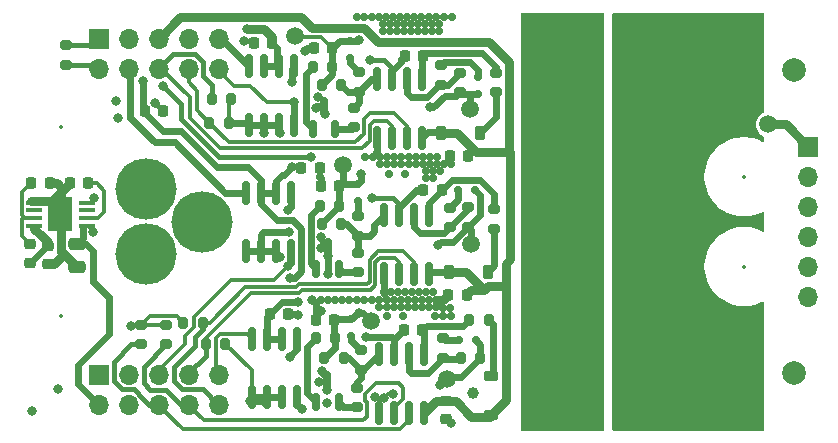
<source format=gbr>
%TF.GenerationSoftware,KiCad,Pcbnew,8.0.1*%
%TF.CreationDate,2024-08-04T15:08:53+01:00*%
%TF.ProjectId,driver_module,64726976-6572-45f6-9d6f-64756c652e6b,1*%
%TF.SameCoordinates,Original*%
%TF.FileFunction,Copper,L4,Bot*%
%TF.FilePolarity,Positive*%
%FSLAX46Y46*%
G04 Gerber Fmt 4.6, Leading zero omitted, Abs format (unit mm)*
G04 Created by KiCad (PCBNEW 8.0.1) date 2024-08-04 15:08:53*
%MOMM*%
%LPD*%
G01*
G04 APERTURE LIST*
G04 Aperture macros list*
%AMRoundRect*
0 Rectangle with rounded corners*
0 $1 Rounding radius*
0 $2 $3 $4 $5 $6 $7 $8 $9 X,Y pos of 4 corners*
0 Add a 4 corners polygon primitive as box body*
4,1,4,$2,$3,$4,$5,$6,$7,$8,$9,$2,$3,0*
0 Add four circle primitives for the rounded corners*
1,1,$1+$1,$2,$3*
1,1,$1+$1,$4,$5*
1,1,$1+$1,$6,$7*
1,1,$1+$1,$8,$9*
0 Add four rect primitives between the rounded corners*
20,1,$1+$1,$2,$3,$4,$5,0*
20,1,$1+$1,$4,$5,$6,$7,0*
20,1,$1+$1,$6,$7,$8,$9,0*
20,1,$1+$1,$8,$9,$2,$3,0*%
G04 Aperture macros list end*
%TA.AperFunction,ComponentPad*%
%ADD10R,2.000000X2.000000*%
%TD*%
%TA.AperFunction,ComponentPad*%
%ADD11C,2.000000*%
%TD*%
%TA.AperFunction,ComponentPad*%
%ADD12C,5.500000*%
%TD*%
%TA.AperFunction,ComponentPad*%
%ADD13C,5.200000*%
%TD*%
%TA.AperFunction,SMDPad,CuDef*%
%ADD14RoundRect,0.200000X0.275000X-0.200000X0.275000X0.200000X-0.275000X0.200000X-0.275000X-0.200000X0*%
%TD*%
%TA.AperFunction,SMDPad,CuDef*%
%ADD15RoundRect,0.150000X-0.200000X0.150000X-0.200000X-0.150000X0.200000X-0.150000X0.200000X0.150000X0*%
%TD*%
%TA.AperFunction,SMDPad,CuDef*%
%ADD16RoundRect,0.200000X-0.200000X-0.275000X0.200000X-0.275000X0.200000X0.275000X-0.200000X0.275000X0*%
%TD*%
%TA.AperFunction,SMDPad,CuDef*%
%ADD17RoundRect,0.150000X0.150000X-0.587500X0.150000X0.587500X-0.150000X0.587500X-0.150000X-0.587500X0*%
%TD*%
%TA.AperFunction,SMDPad,CuDef*%
%ADD18RoundRect,0.225000X0.250000X-0.225000X0.250000X0.225000X-0.250000X0.225000X-0.250000X-0.225000X0*%
%TD*%
%TA.AperFunction,SMDPad,CuDef*%
%ADD19RoundRect,0.225000X-0.225000X-0.250000X0.225000X-0.250000X0.225000X0.250000X-0.225000X0.250000X0*%
%TD*%
%TA.AperFunction,SMDPad,CuDef*%
%ADD20C,1.500000*%
%TD*%
%TA.AperFunction,ComponentPad*%
%ADD21R,1.700000X1.700000*%
%TD*%
%TA.AperFunction,ComponentPad*%
%ADD22O,1.700000X1.700000*%
%TD*%
%TA.AperFunction,SMDPad,CuDef*%
%ADD23RoundRect,0.200000X-0.275000X0.200000X-0.275000X-0.200000X0.275000X-0.200000X0.275000X0.200000X0*%
%TD*%
%TA.AperFunction,SMDPad,CuDef*%
%ADD24RoundRect,0.150000X0.150000X-0.825000X0.150000X0.825000X-0.150000X0.825000X-0.150000X-0.825000X0*%
%TD*%
%TA.AperFunction,SMDPad,CuDef*%
%ADD25RoundRect,0.200000X0.200000X0.275000X-0.200000X0.275000X-0.200000X-0.275000X0.200000X-0.275000X0*%
%TD*%
%TA.AperFunction,SMDPad,CuDef*%
%ADD26RoundRect,0.225000X0.225000X0.375000X-0.225000X0.375000X-0.225000X-0.375000X0.225000X-0.375000X0*%
%TD*%
%TA.AperFunction,SMDPad,CuDef*%
%ADD27RoundRect,0.250000X1.000000X-1.400000X1.000000X1.400000X-1.000000X1.400000X-1.000000X-1.400000X0*%
%TD*%
%TA.AperFunction,SMDPad,CuDef*%
%ADD28RoundRect,0.150000X0.150000X0.200000X-0.150000X0.200000X-0.150000X-0.200000X0.150000X-0.200000X0*%
%TD*%
%TA.AperFunction,SMDPad,CuDef*%
%ADD29RoundRect,0.225000X-0.375000X0.225000X-0.375000X-0.225000X0.375000X-0.225000X0.375000X0.225000X0*%
%TD*%
%TA.AperFunction,SMDPad,CuDef*%
%ADD30RoundRect,0.225000X0.225000X0.250000X-0.225000X0.250000X-0.225000X-0.250000X0.225000X-0.250000X0*%
%TD*%
%TA.AperFunction,SMDPad,CuDef*%
%ADD31RoundRect,0.250000X-0.475000X0.250000X-0.475000X-0.250000X0.475000X-0.250000X0.475000X0.250000X0*%
%TD*%
%TA.AperFunction,SMDPad,CuDef*%
%ADD32RoundRect,0.150000X0.200000X-0.150000X0.200000X0.150000X-0.200000X0.150000X-0.200000X-0.150000X0*%
%TD*%
%TA.AperFunction,SMDPad,CuDef*%
%ADD33R,1.350000X0.449999*%
%TD*%
%TA.AperFunction,ComponentPad*%
%ADD34C,0.700000*%
%TD*%
%TA.AperFunction,SMDPad,CuDef*%
%ADD35R,2.000001X2.999999*%
%TD*%
%TA.AperFunction,ViaPad*%
%ADD36C,0.700000*%
%TD*%
%TA.AperFunction,ViaPad*%
%ADD37C,0.800000*%
%TD*%
%TA.AperFunction,ViaPad*%
%ADD38C,1.000000*%
%TD*%
%TA.AperFunction,Conductor*%
%ADD39C,0.400000*%
%TD*%
%TA.AperFunction,Conductor*%
%ADD40C,0.600000*%
%TD*%
%TA.AperFunction,Conductor*%
%ADD41C,0.300000*%
%TD*%
%TA.AperFunction,Conductor*%
%ADD42C,0.800000*%
%TD*%
%TA.AperFunction,Conductor*%
%ADD43C,0.200000*%
%TD*%
%ADD44C,0.300000*%
%ADD45C,0.350000*%
G04 APERTURE END LIST*
D10*
%TO.P,C6,1*%
%TO.N,VMOT*%
X174500000Y-87200000D03*
D11*
%TO.P,C6,2*%
%TO.N,GND*%
X179500000Y-87200000D03*
%TD*%
D12*
%TO.P,J21,1,Pin_1*%
%TO.N,GND*%
X159900000Y-100000000D03*
%TO.P,J21,2,Pin_2*%
%TO.N,VMOT*%
X167100000Y-100000000D03*
%TD*%
D13*
%TO.P,J19,1,Pin_1*%
%TO.N,/C_N*%
X124650000Y-97250000D03*
%TO.P,J19,2,Pin_2*%
%TO.N,/A_N*%
X124650000Y-102750000D03*
%TO.P,J19,3,Pin_3*%
%TO.N,/B_N*%
X129410000Y-100000000D03*
%TD*%
D10*
%TO.P,C3,1*%
%TO.N,VMOT*%
X174500000Y-112800000D03*
D11*
%TO.P,C3,2*%
%TO.N,GND*%
X179500000Y-112800000D03*
%TD*%
D14*
%TO.P,R30,1,1*%
%TO.N,Net-(U8-LO)*%
X142864629Y-112546268D03*
%TO.P,R30,2,2*%
%TO.N,Net-(D14-K)*%
X142864629Y-110896268D03*
%TD*%
D15*
%TO.P,D14,1,K*%
%TO.N,Net-(D14-K)*%
X142059950Y-109651589D03*
%TO.P,D14,2,A*%
%TO.N,/2AGL*%
X142059950Y-108251589D03*
%TD*%
D16*
%TO.P,R33,1,1*%
%TO.N,Net-(U8-HO)*%
X151330948Y-111515051D03*
%TO.P,R33,2,2*%
%TO.N,/2AGH*%
X152980948Y-111515051D03*
%TD*%
D17*
%TO.P,Q2,1,B*%
%TO.N,Net-(Q2-B)*%
X140690049Y-92125909D03*
%TO.P,Q2,2,E*%
%TO.N,Net-(Q2-E)*%
X138790049Y-92125909D03*
%TO.P,Q2,3,C*%
%TO.N,GND*%
X139740049Y-90250909D03*
%TD*%
D18*
%TO.P,C15,1*%
%TO.N,GND*%
X150028411Y-116729950D03*
%TO.P,C15,2*%
%TO.N,+12V*%
X150028411Y-115179950D03*
%TD*%
D19*
%TO.P,C66,1*%
%TO.N,+3V3*%
X135185051Y-107818732D03*
%TO.P,C66,2*%
%TO.N,GND*%
X136735051Y-107818732D03*
%TD*%
D20*
%TO.P,TP94,1,1*%
%TO.N,GND*%
X177350000Y-91775000D03*
%TD*%
D19*
%TO.P,C11,1*%
%TO.N,GND*%
X150275049Y-106204310D03*
%TO.P,C11,2*%
%TO.N,+12V*%
X151825049Y-106204310D03*
%TD*%
D20*
%TO.P,TP66,1,1*%
%TO.N,/2CGL*%
X137275000Y-84325000D03*
%TD*%
D21*
%TO.P,J6,1,Pin_1*%
%TO.N,GND*%
X180750000Y-93650000D03*
D22*
%TO.P,J6,2,Pin_2*%
X180750000Y-96190000D03*
%TO.P,J6,3,Pin_3*%
%TO.N,VMOT*%
X180750000Y-98730000D03*
%TO.P,J6,4,Pin_4*%
X180750000Y-101270000D03*
%TO.P,J6,5,Pin_5*%
%TO.N,GND*%
X180750000Y-103810000D03*
%TO.P,J6,6,Pin_6*%
X180750000Y-106350000D03*
%TD*%
D20*
%TO.P,TP77,1,1*%
%TO.N,/2BGL*%
X141375000Y-95175000D03*
%TD*%
D23*
%TO.P,R28,1,1*%
%TO.N,Net-(U2-HO)*%
X151224950Y-87400945D03*
%TO.P,R28,2,2*%
%TO.N,/2CGH*%
X151224950Y-89050945D03*
%TD*%
%TO.P,R2,1,1*%
%TO.N,Net-(U5-LO)*%
X142638732Y-102654948D03*
%TO.P,R2,2,2*%
%TO.N,Net-(Q1-B)*%
X142638732Y-104304948D03*
%TD*%
D19*
%TO.P,C65,1*%
%TO.N,/C_P*%
X146574627Y-85971268D03*
%TO.P,C65,2*%
%TO.N,Net-(U2-VB)*%
X148124627Y-85971268D03*
%TD*%
D21*
%TO.P,J4,1,Pin_1*%
%TO.N,GND*%
X120650000Y-112960000D03*
D22*
%TO.P,J4,2,Pin_2*%
%TO.N,VMOT*%
X120650000Y-115500000D03*
%TO.P,J4,3,Pin_3*%
%TO.N,/A_P*%
X123190000Y-112960000D03*
%TO.P,J4,4,Pin_4*%
%TO.N,VMOT*%
X123190000Y-115500000D03*
%TO.P,J4,5,Pin_5*%
%TO.N,/B_P*%
X125730000Y-112960000D03*
%TO.P,J4,6,Pin_6*%
%TO.N,A_PWM_H*%
X125730000Y-115500000D03*
%TO.P,J4,7,Pin_7*%
%TO.N,B_PWM_L\u005C*%
X128270000Y-112960000D03*
%TO.P,J4,8,Pin_8*%
%TO.N,A_PWM_L\u005C*%
X128270000Y-115500000D03*
%TO.P,J4,9,Pin_9*%
%TO.N,A_SENSE*%
X130810000Y-112960000D03*
%TO.P,J4,10,Pin_10*%
%TO.N,B_PWM_H*%
X130810000Y-115500000D03*
%TD*%
D19*
%TO.P,R10,1*%
%TO.N,Net-(U3-FB)*%
X114960001Y-96705000D03*
%TO.P,R10,2*%
%TO.N,GND*%
X116510001Y-96705000D03*
%TD*%
%TO.P,C17,1*%
%TO.N,GND*%
X139079950Y-108286590D03*
%TO.P,C17,2*%
%TO.N,/2AGL*%
X140629950Y-108286590D03*
%TD*%
%TO.P,C7,1*%
%TO.N,GND*%
X118220000Y-96745001D03*
%TO.P,C7,2*%
%TO.N,Net-(U3-DELAY)*%
X119770000Y-96745001D03*
%TD*%
D24*
%TO.P,U1,1,-*%
%TO.N,/B_P*%
X136950000Y-102490000D03*
%TO.P,U1,2,GND*%
%TO.N,GND*%
X135680000Y-102490000D03*
%TO.P,U1,3,REF2*%
X134410000Y-102490000D03*
%TO.P,U1,4,GND*%
X133140000Y-102490000D03*
%TO.P,U1,5*%
%TO.N,B_SENSE*%
X133140000Y-97540000D03*
%TO.P,U1,6,V+*%
%TO.N,+3V3*%
X134410000Y-97540000D03*
%TO.P,U1,7,REF1*%
X135680000Y-97540000D03*
%TO.P,U1,8,+*%
%TO.N,/B_N*%
X136950000Y-97540000D03*
%TD*%
D20*
%TO.P,TP74,1,1*%
%TO.N,/2BGH*%
X152225000Y-101925000D03*
%TD*%
%TO.P,TP73,1,1*%
%TO.N,/2AGH*%
X150125000Y-113325000D03*
%TD*%
D19*
%TO.P,C4,1*%
%TO.N,+3V3*%
X124569999Y-90644996D03*
%TO.P,C4,2*%
%TO.N,GND*%
X126119999Y-90644996D03*
%TD*%
D25*
%TO.P,R124,1,1*%
%TO.N,GND*%
X131867285Y-89633410D03*
%TO.P,R124,2,2*%
%TO.N,C_PWM_L\u005C*%
X130217285Y-89633410D03*
%TD*%
D14*
%TO.P,R31,1,1*%
%TO.N,Net-(U8-HO)*%
X149845271Y-111536270D03*
%TO.P,R31,2,2*%
%TO.N,Net-(D17-K)*%
X149845271Y-109886270D03*
%TD*%
D19*
%TO.P,C9,1*%
%TO.N,GND*%
X138889948Y-85341590D03*
%TO.P,C9,2*%
%TO.N,/2CGL*%
X140439948Y-85341590D03*
%TD*%
D26*
%TO.P,D10,1,K*%
%TO.N,Net-(D10-K)*%
X152914356Y-92491269D03*
%TO.P,D10,2,A*%
%TO.N,+12V*%
X149614356Y-92491269D03*
%TD*%
D24*
%TO.P,U8,1,VCC*%
%TO.N,+12V*%
X148230849Y-116171590D03*
%TO.P,U8,2,HIN*%
%TO.N,A_PWM_H*%
X146960849Y-116171590D03*
%TO.P,U8,3,~{LIN}*%
%TO.N,A_PWM_L\u005C*%
X145690849Y-116171590D03*
%TO.P,U8,4,COM*%
%TO.N,GND*%
X144420849Y-116171590D03*
%TO.P,U8,5,LO*%
%TO.N,Net-(U8-LO)*%
X144420849Y-111221590D03*
%TO.P,U8,6,VS*%
%TO.N,/A_P*%
X145690849Y-111221590D03*
%TO.P,U8,7,HO*%
%TO.N,Net-(U8-HO)*%
X146960849Y-111221590D03*
%TO.P,U8,8,VB*%
%TO.N,Net-(U8-VB)*%
X148230849Y-111221590D03*
%TD*%
D14*
%TO.P,R1,1,1*%
%TO.N,Net-(D10-K)*%
X154313409Y-89054950D03*
%TO.P,R1,2,2*%
%TO.N,Net-(U2-VB)*%
X154313409Y-87404950D03*
%TD*%
D19*
%TO.P,C70,1*%
%TO.N,/A_P*%
X146474950Y-109166591D03*
%TO.P,C70,2*%
%TO.N,Net-(U8-VB)*%
X148024950Y-109166591D03*
%TD*%
D25*
%TO.P,R25,1,1*%
%TO.N,Net-(U5-LO)*%
X141216590Y-100221049D03*
%TO.P,R25,2,2*%
%TO.N,/2BGL*%
X139566590Y-100221049D03*
%TD*%
D24*
%TO.P,U2,1,VCC*%
%TO.N,+12V*%
X148069949Y-92892490D03*
%TO.P,U2,2,HIN*%
%TO.N,C_PWM_H*%
X146799949Y-92892490D03*
%TO.P,U2,3,~{LIN}*%
%TO.N,C_PWM_L\u005C*%
X145529949Y-92892490D03*
%TO.P,U2,4,COM*%
%TO.N,GND*%
X144259949Y-92892490D03*
%TO.P,U2,5,LO*%
%TO.N,Net-(U2-LO)*%
X144259949Y-87942490D03*
%TO.P,U2,6,VS*%
%TO.N,/C_P*%
X145529949Y-87942490D03*
%TO.P,U2,7,HO*%
%TO.N,Net-(U2-HO)*%
X146799949Y-87942490D03*
%TO.P,U2,8,VB*%
%TO.N,Net-(U2-VB)*%
X148069949Y-87942490D03*
%TD*%
D27*
%TO.P,D1,1,A1*%
%TO.N,VMOT*%
X166620000Y-112125000D03*
%TO.P,D1,2,A2*%
%TO.N,GND*%
X159820000Y-112125000D03*
%TD*%
D23*
%TO.P,R9,1,1*%
%TO.N,Net-(U2-LO)*%
X142251268Y-90345050D03*
%TO.P,R9,2,2*%
%TO.N,Net-(Q2-B)*%
X142251268Y-91995050D03*
%TD*%
D16*
%TO.P,R29,1,1*%
%TO.N,Net-(Q2-E)*%
X138783732Y-86869627D03*
%TO.P,R29,2,2*%
%TO.N,/2CGL*%
X140433732Y-86869627D03*
%TD*%
D24*
%TO.P,U5,1,VCC*%
%TO.N,+12V*%
X148639950Y-104405690D03*
%TO.P,U5,2,HIN*%
%TO.N,B_PWM_H*%
X147369950Y-104405690D03*
%TO.P,U5,3,~{LIN}*%
%TO.N,B_PWM_L\u005C*%
X146099950Y-104405690D03*
%TO.P,U5,4,COM*%
%TO.N,GND*%
X144829950Y-104405690D03*
%TO.P,U5,5,LO*%
%TO.N,Net-(U5-LO)*%
X144829950Y-99455690D03*
%TO.P,U5,6,VS*%
%TO.N,/B_P*%
X146099950Y-99455690D03*
%TO.P,U5,7,HO*%
%TO.N,Net-(U5-HO)*%
X147369950Y-99455690D03*
%TO.P,U5,8,VB*%
%TO.N,Net-(U5-VB)*%
X148639950Y-99455690D03*
%TD*%
D28*
%TO.P,D15,1,K*%
%TO.N,Net-(D15-K)*%
X151094627Y-97341268D03*
%TO.P,D15,2,A*%
%TO.N,/2BGH*%
X152494627Y-97341268D03*
%TD*%
D24*
%TO.P,U44,1,-*%
%TO.N,/C_P*%
X137217499Y-91800322D03*
%TO.P,U44,2,GND*%
%TO.N,GND*%
X135947499Y-91800322D03*
%TO.P,U44,3,REF2*%
X134677499Y-91800322D03*
%TO.P,U44,4,GND*%
X133407499Y-91800322D03*
%TO.P,U44,5*%
%TO.N,C_SENSE*%
X133407499Y-86850322D03*
%TO.P,U44,6,V+*%
%TO.N,+3V3*%
X134677499Y-86850322D03*
%TO.P,U44,7,REF1*%
X135947499Y-86850322D03*
%TO.P,U44,8,+*%
%TO.N,/C_N*%
X137217499Y-86850322D03*
%TD*%
D25*
%TO.P,R32,1,1*%
%TO.N,Net-(U8-LO)*%
X141426590Y-111580050D03*
%TO.P,R32,2,2*%
%TO.N,/2AGL*%
X139776590Y-111580050D03*
%TD*%
D18*
%TO.P,R6,1*%
%TO.N,+12V*%
X114855000Y-103470000D03*
%TO.P,R6,2*%
%TO.N,Net-(U3-FB)*%
X114855000Y-101920000D03*
%TD*%
D14*
%TO.P,R18,1,1*%
%TO.N,Net-(U5-LO)*%
X142644627Y-101176268D03*
%TO.P,R18,2,2*%
%TO.N,Net-(D16-K)*%
X142644627Y-99526268D03*
%TD*%
D23*
%TO.P,R119,1,1*%
%TO.N,GND*%
X126395372Y-108743732D03*
%TO.P,R119,2,2*%
%TO.N,A_PWM_L\u005C*%
X126395372Y-110393732D03*
%TD*%
D25*
%TO.P,R3,1,1*%
%TO.N,Net-(D7-K)*%
X153709053Y-108314950D03*
%TO.P,R3,2,2*%
%TO.N,Net-(U8-VB)*%
X152059053Y-108314950D03*
%TD*%
D15*
%TO.P,D16,1,K*%
%TO.N,Net-(D16-K)*%
X142599949Y-98231590D03*
%TO.P,D16,2,A*%
%TO.N,/2BGL*%
X142599949Y-96831590D03*
%TD*%
D29*
%TO.P,D7,1,K*%
%TO.N,Net-(D7-K)*%
X153904627Y-113076268D03*
%TO.P,D7,2,A*%
%TO.N,+12V*%
X153904627Y-116376268D03*
%TD*%
D20*
%TO.P,TP81,1,1*%
%TO.N,/2AGL*%
X143725000Y-108375000D03*
%TD*%
D14*
%TO.P,R26,1,1*%
%TO.N,Net-(D2-K)*%
X154163410Y-100619950D03*
%TO.P,R26,2,2*%
%TO.N,Net-(U5-VB)*%
X154163410Y-98969950D03*
%TD*%
D26*
%TO.P,D2,1,K*%
%TO.N,Net-(D2-K)*%
X153599628Y-104266268D03*
%TO.P,D2,2,A*%
%TO.N,+12V*%
X150299628Y-104266268D03*
%TD*%
D18*
%TO.P,C8,1*%
%TO.N,GND*%
X116345000Y-103580000D03*
%TO.P,C8,2*%
%TO.N,+12V*%
X116345000Y-102030000D03*
%TD*%
D19*
%TO.P,C25,1*%
%TO.N,GND*%
X139464949Y-96981590D03*
%TO.P,C25,2*%
%TO.N,/2BGL*%
X141014949Y-96981590D03*
%TD*%
D16*
%TO.P,R23,1,1*%
%TO.N,Net-(Q1-E)*%
X139398732Y-98649628D03*
%TO.P,R23,2,2*%
%TO.N,/2BGL*%
X141048732Y-98649628D03*
%TD*%
D19*
%TO.P,C2,1*%
%TO.N,GND*%
X150420051Y-94438412D03*
%TO.P,C2,2*%
%TO.N,+12V*%
X151970051Y-94438412D03*
%TD*%
D16*
%TO.P,R121,1,1*%
%TO.N,GND*%
X127845050Y-108543410D03*
%TO.P,R121,2,2*%
%TO.N,B_PWM_H*%
X129495050Y-108543410D03*
%TD*%
D17*
%TO.P,Q3,1,B*%
%TO.N,Net-(Q3-B)*%
X140984951Y-115299090D03*
%TO.P,Q3,2,E*%
%TO.N,Net-(Q3-E)*%
X139084951Y-115299090D03*
%TO.P,Q3,3,C*%
%TO.N,GND*%
X140034951Y-113424090D03*
%TD*%
D24*
%TO.P,U21,1,-*%
%TO.N,/A_P*%
X137464950Y-114881590D03*
%TO.P,U21,2,GND*%
%TO.N,GND*%
X136194950Y-114881590D03*
%TO.P,U21,3,REF2*%
X134924950Y-114881590D03*
%TO.P,U21,4,GND*%
X133654950Y-114881590D03*
%TO.P,U21,5*%
%TO.N,A_SENSE*%
X133654950Y-109931590D03*
%TO.P,U21,6,V+*%
%TO.N,+3V3*%
X134924950Y-109931590D03*
%TO.P,U21,7,REF1*%
X136194950Y-109931590D03*
%TO.P,U21,8,+*%
%TO.N,/A_N*%
X137464950Y-109931590D03*
%TD*%
D23*
%TO.P,R112,1,1*%
%TO.N,Net-(U8-LO)*%
X142505001Y-114054950D03*
%TO.P,R112,2,2*%
%TO.N,Net-(Q3-B)*%
X142505001Y-115704950D03*
%TD*%
D19*
%TO.P,C1,1*%
%TO.N,+3V3*%
X137830000Y-95465000D03*
%TO.P,C1,2*%
%TO.N,GND*%
X139380000Y-95465000D03*
%TD*%
D25*
%TO.P,R27,1,1*%
%TO.N,Net-(U2-LO)*%
X141206590Y-88395050D03*
%TO.P,R27,2,2*%
%TO.N,/2CGL*%
X139556590Y-88395050D03*
%TD*%
D14*
%TO.P,R22,1,1*%
%TO.N,Net-(U5-HO)*%
X150385273Y-100456268D03*
%TO.P,R22,2,2*%
%TO.N,Net-(D15-K)*%
X150385273Y-98806268D03*
%TD*%
%TO.P,R8,1,1*%
%TO.N,Net-(U2-HO)*%
X149660272Y-88401268D03*
%TO.P,R8,2,2*%
%TO.N,Net-(D6-K)*%
X149660272Y-86751268D03*
%TD*%
D25*
%TO.P,R122,1,1*%
%TO.N,GND*%
X131375050Y-110323411D03*
%TO.P,R122,2,2*%
%TO.N,B_PWM_L\u005C*%
X129725050Y-110323411D03*
%TD*%
D17*
%TO.P,Q1,1,B*%
%TO.N,Net-(Q1-B)*%
X140990050Y-103985911D03*
%TO.P,Q1,2,E*%
%TO.N,Net-(Q1-E)*%
X139090050Y-103985911D03*
%TO.P,Q1,3,C*%
%TO.N,GND*%
X140040050Y-102110911D03*
%TD*%
D20*
%TO.P,TP64,1,1*%
%TO.N,/2CGH*%
X152075000Y-90425000D03*
%TD*%
D16*
%TO.P,R36,1,1*%
%TO.N,Net-(Q3-E)*%
X139028732Y-109885272D03*
%TO.P,R36,2,2*%
%TO.N,/2AGL*%
X140678732Y-109885272D03*
%TD*%
D23*
%TO.P,R24,1,1*%
%TO.N,Net-(U5-HO)*%
X151940949Y-98795946D03*
%TO.P,R24,2,2*%
%TO.N,/2BGH*%
X151940949Y-100445946D03*
%TD*%
D21*
%TO.P,J5,1,Pin_1*%
%TO.N,GND*%
X120650000Y-84500000D03*
D22*
%TO.P,J5,2,Pin_2*%
%TO.N,/TH1_SENSE*%
X120650000Y-87040000D03*
%TO.P,J5,3,Pin_3*%
%TO.N,GND*%
X123190000Y-84500000D03*
%TO.P,J5,4,Pin_4*%
%TO.N,B_SENSE*%
X123190000Y-87040000D03*
%TO.P,J5,5,Pin_5*%
%TO.N,+12V*%
X125730000Y-84500000D03*
%TO.P,J5,6,Pin_6*%
%TO.N,C_PWM_L\u005C*%
X125730000Y-87040000D03*
%TO.P,J5,7,Pin_7*%
%TO.N,+3V3*%
X128270000Y-84500000D03*
%TO.P,J5,8,Pin_8*%
%TO.N,C_PWM_H*%
X128270000Y-87040000D03*
%TO.P,J5,9,Pin_9*%
%TO.N,C_SENSE*%
X130810000Y-84500000D03*
%TO.P,J5,10,Pin_10*%
%TO.N,/C_P*%
X130810000Y-87040000D03*
%TD*%
D19*
%TO.P,C13,1*%
%TO.N,/B_P*%
X148140529Y-97356268D03*
%TO.P,C13,2*%
%TO.N,Net-(U5-VB)*%
X149690529Y-97356268D03*
%TD*%
D23*
%TO.P,R120,1,1*%
%TO.N,GND*%
X124239951Y-108751590D03*
%TO.P,R120,2,2*%
%TO.N,A_PWM_H*%
X124239951Y-110401590D03*
%TD*%
D30*
%TO.P,C74,1*%
%TO.N,+3V3*%
X135338410Y-84839950D03*
%TO.P,C74,2*%
%TO.N,GND*%
X133788410Y-84839950D03*
%TD*%
D31*
%TO.P,C5,1*%
%TO.N,VMOT*%
X118825000Y-101925000D03*
%TO.P,C5,2*%
%TO.N,GND*%
X118825000Y-103825000D03*
%TD*%
D32*
%TO.P,D6,1,K*%
%TO.N,Net-(D6-K)*%
X152768410Y-87759950D03*
%TO.P,D6,2,A*%
%TO.N,/2CGH*%
X152768410Y-89159950D03*
%TD*%
D33*
%TO.P,U3,1,OUT*%
%TO.N,+12V*%
X115200002Y-100350000D03*
%TO.P,U3,2,FB*%
%TO.N,Net-(U3-FB)*%
X115200002Y-99699999D03*
%TO.P,U3,3,PG*%
%TO.N,unconnected-(U3-PG-Pad3)*%
X115200002Y-99050000D03*
%TO.P,U3,4,GND*%
%TO.N,GND*%
X115200002Y-98399999D03*
%TO.P,U3,5,EN*%
%TO.N,VMOT*%
X119650003Y-98399999D03*
%TO.P,U3,6,NC*%
%TO.N,unconnected-(U3-NC-Pad6)*%
X119650003Y-99050000D03*
%TO.P,U3,7,DELAY*%
%TO.N,Net-(U3-DELAY)*%
X119650003Y-99699999D03*
%TO.P,U3,8,IN*%
%TO.N,VMOT*%
X119650003Y-100350000D03*
D34*
%TO.P,U3,9,PAD*%
%TO.N,GND*%
X116875002Y-98275001D03*
X116875002Y-99375001D03*
X116875002Y-100475001D03*
D35*
X117425001Y-99375001D03*
D34*
X117975000Y-98275001D03*
X117975000Y-99375001D03*
X117975000Y-100475001D03*
%TD*%
D28*
%TO.P,D17,1,K*%
%TO.N,Net-(D17-K)*%
X151199628Y-110041268D03*
%TO.P,D17,2,A*%
%TO.N,/2AGH*%
X152599628Y-110041268D03*
%TD*%
D15*
%TO.P,D5,1,K*%
%TO.N,Net-(D5-K)*%
X141934950Y-86106590D03*
%TO.P,D5,2,A*%
%TO.N,/2CGL*%
X141934950Y-84706590D03*
%TD*%
D14*
%TO.P,R7,1,1*%
%TO.N,Net-(U2-LO)*%
X142689628Y-89001269D03*
%TO.P,R7,2,2*%
%TO.N,Net-(D5-K)*%
X142689628Y-87351269D03*
%TD*%
%TO.P,R45,1,1*%
%TO.N,/TH1_SENSE*%
X117890000Y-86715000D03*
%TO.P,R45,2,2*%
%TO.N,GND*%
X117890000Y-85065000D03*
%TD*%
D25*
%TO.P,R123,1,1*%
%TO.N,GND*%
X131694950Y-91616590D03*
%TO.P,R123,2,2*%
%TO.N,C_PWM_H*%
X130044950Y-91616590D03*
%TD*%
D36*
%TO.N,GND*%
X146000000Y-106000000D03*
X141300000Y-106600000D03*
D37*
X122288110Y-91215124D03*
D36*
X140700000Y-106600000D03*
X143200000Y-94500000D03*
X146499999Y-83850000D03*
X149600000Y-95700000D03*
D37*
X140000000Y-114250000D03*
D36*
X146840050Y-107233733D03*
X148899999Y-83850000D03*
X147700000Y-83850000D03*
D37*
X140034952Y-115350000D03*
D36*
X145299999Y-83250000D03*
D37*
X136041567Y-103026795D03*
D36*
X144440050Y-106633733D03*
D37*
X144050000Y-114825000D03*
D36*
X149240050Y-107233733D03*
X143100000Y-106600000D03*
X145040050Y-106633733D03*
X143900000Y-94500000D03*
X148700000Y-95100000D03*
X145100000Y-94500000D03*
X149300000Y-94500000D03*
X146900000Y-95100000D03*
D37*
X139500000Y-101336397D03*
D36*
X145000001Y-82650000D03*
D37*
X145576402Y-114596591D03*
X144842908Y-114919950D03*
D36*
X145100000Y-108000000D03*
X144500000Y-94500000D03*
X146300000Y-94500000D03*
X146900000Y-94500000D03*
X149840050Y-107333733D03*
X144400000Y-82650000D03*
X145299999Y-83850000D03*
X149900000Y-95100000D03*
D37*
X115000000Y-116000000D03*
D36*
X144440050Y-107233733D03*
X149100000Y-108000000D03*
X144699999Y-83250000D03*
D37*
X117200000Y-114200000D03*
D36*
X149000000Y-96300000D03*
X141900000Y-106600000D03*
X148700000Y-94500000D03*
D37*
X139535554Y-112654671D03*
D36*
X149854003Y-108000000D03*
X150500000Y-108000000D03*
X143840050Y-106633733D03*
X149200001Y-82650000D03*
X148400000Y-95700000D03*
X146400000Y-108000000D03*
X140100000Y-106600000D03*
X147099999Y-83250000D03*
X149000000Y-95700000D03*
X145600001Y-82650000D03*
D37*
X125465821Y-89913990D03*
D36*
X147440050Y-107233733D03*
X149240050Y-106633733D03*
X149000000Y-106000000D03*
X145700000Y-95100000D03*
D37*
X133000000Y-84700000D03*
D36*
X147962062Y-82650000D03*
X144699999Y-83850000D03*
X145040050Y-107233733D03*
D37*
X138100000Y-85550000D03*
D36*
X147099999Y-83850000D03*
X149499999Y-83850000D03*
X150600000Y-82650000D03*
X146600000Y-106000000D03*
X143800000Y-82650000D03*
X145100000Y-95100000D03*
X144500000Y-95100000D03*
D37*
X137549998Y-107900000D03*
D36*
X147200000Y-106000000D03*
X148299999Y-83250000D03*
X142500000Y-106600000D03*
D37*
X139254000Y-89463993D03*
D36*
X148640050Y-107233733D03*
D37*
X117722373Y-102755047D03*
D36*
X148640050Y-106633733D03*
X145259950Y-95966267D03*
X147699998Y-83249999D03*
X149300000Y-95100000D03*
X146200000Y-82650000D03*
X145640050Y-106633733D03*
X146840050Y-106633733D03*
X148299999Y-83850000D03*
X145700000Y-94500000D03*
X145899999Y-83850000D03*
X139500000Y-106600000D03*
X146559950Y-95966268D03*
D37*
X138700000Y-106600000D03*
D36*
X145400000Y-106000000D03*
X145899999Y-83250000D03*
X143100000Y-82650000D03*
D37*
X133500000Y-115196000D03*
X134544095Y-115196000D03*
X139090049Y-90400000D03*
D36*
X145640050Y-107233733D03*
X147500000Y-94500000D03*
X149499999Y-83250000D03*
D37*
X139500000Y-107600000D03*
D36*
X150500000Y-95100000D03*
D37*
X139500000Y-102200000D03*
D36*
X147500000Y-95100000D03*
D37*
X136017500Y-92480255D03*
X150524667Y-117015249D03*
X140040050Y-104400000D03*
D36*
X147440050Y-106633733D03*
X142500000Y-82650000D03*
X146240050Y-106633733D03*
D37*
X139854712Y-90893926D03*
D36*
X148606230Y-82650000D03*
X139380000Y-96250102D03*
X147362688Y-82650000D03*
X148040050Y-106633733D03*
X146300000Y-95100000D03*
X148899999Y-83250000D03*
X148040050Y-107233733D03*
X150440050Y-107333733D03*
X148400000Y-96300000D03*
D37*
X122150000Y-89749998D03*
D36*
X148100000Y-95100000D03*
X147800000Y-106000000D03*
D37*
X139300000Y-113600000D03*
D36*
X146240050Y-107233733D03*
D37*
X123400000Y-108800000D03*
X140040050Y-102900000D03*
X136805000Y-100900000D03*
D36*
X146800001Y-82650000D03*
X144800000Y-106000000D03*
X146499999Y-83250000D03*
X148100000Y-94500000D03*
X149900000Y-82650000D03*
D37*
X134700002Y-92496000D03*
D36*
X148400000Y-106000000D03*
D37*
%TO.N,+3V3*%
X124430000Y-88100012D03*
X137034999Y-95400000D03*
X137500000Y-106818535D03*
X136821434Y-104744229D03*
X133200000Y-83700000D03*
%TO.N,/A_P*%
X137900000Y-115900000D03*
X143300000Y-109800000D03*
%TO.N,VMOT*%
X120150000Y-100900000D03*
D38*
X152350000Y-114550000D03*
D37*
X120250000Y-98000000D03*
%TO.N,/2AGH*%
X149600000Y-113800000D03*
%TO.N,/2AGL*%
X142689500Y-107696598D03*
%TO.N,/2BGH*%
X149400000Y-102000000D03*
%TO.N,/2BGL*%
X142900000Y-96000000D03*
%TO.N,/2CGL*%
X142664951Y-84600000D03*
%TO.N,/B_P*%
X143800000Y-98000000D03*
X136734258Y-103748034D03*
%TO.N,/2CGH*%
X148700000Y-90317490D03*
%TO.N,/C_P*%
X137200000Y-89900000D03*
X143600012Y-86300000D03*
%TO.N,/B_N*%
X136700000Y-99000000D03*
%TO.N,/C_N*%
X137000000Y-88200000D03*
%TO.N,/A_N*%
X136850000Y-111500000D03*
%TO.N,/TH1_SENSE*%
X138600000Y-94550000D03*
X126085936Y-88499742D03*
%TO.N,+12V*%
X115857500Y-101242500D03*
%TD*%
D39*
%TO.N,GND*%
X139500000Y-101570861D02*
X140040050Y-102110911D01*
X139300000Y-113600000D02*
X139859041Y-113600000D01*
D40*
X140040050Y-102900000D02*
X140040050Y-102110911D01*
X134410000Y-101090000D02*
X134410000Y-102490000D01*
X139464949Y-96335051D02*
X139464949Y-96981590D01*
D39*
X133000000Y-84700000D02*
X133648460Y-84700000D01*
D41*
X144420849Y-115195849D02*
X144050000Y-114825000D01*
D40*
X131694950Y-91616590D02*
X133015946Y-91616590D01*
D42*
X149845626Y-106633733D02*
X150275049Y-106204310D01*
X117105000Y-96705000D02*
X116510001Y-96705000D01*
X178875000Y-91775000D02*
X180750000Y-93650000D01*
D40*
X134677499Y-92473497D02*
X134700002Y-92496000D01*
X138308410Y-85341590D02*
X138100000Y-85550000D01*
X133654950Y-115041050D02*
X133654950Y-114881590D01*
D41*
X124191541Y-108800000D02*
X124997809Y-107993732D01*
D40*
X133500000Y-115196000D02*
X133654950Y-115041050D01*
X140040050Y-104400000D02*
X140040050Y-102110911D01*
D42*
X118220000Y-96745001D02*
X117682500Y-97282500D01*
D40*
X136017500Y-92480255D02*
X135947499Y-92410254D01*
D39*
X139500000Y-101336397D02*
X139500000Y-101570861D01*
D41*
X144842908Y-114919950D02*
X144420849Y-115342009D01*
D39*
X120075000Y-85065000D02*
X120640000Y-84500000D01*
D40*
X137468730Y-107818732D02*
X137549998Y-107900000D01*
D42*
X117682500Y-97282500D02*
X117105000Y-96705000D01*
D40*
X150239368Y-116729950D02*
X150524667Y-117015249D01*
X135947499Y-92410254D02*
X135947499Y-91800322D01*
D41*
X144420849Y-115342009D02*
X144420849Y-116171590D01*
X123448410Y-108751590D02*
X124239951Y-108751590D01*
D42*
X116897420Y-103580000D02*
X116345000Y-103580000D01*
D40*
X133199678Y-91800322D02*
X133407499Y-91800322D01*
D42*
X117500000Y-102532674D02*
X117500000Y-97465001D01*
D41*
X126395372Y-108743732D02*
X124247809Y-108743732D01*
D40*
X134924950Y-114881590D02*
X134610540Y-115196000D01*
X139090049Y-90400000D02*
X139239140Y-90250909D01*
X139740049Y-90779263D02*
X139854712Y-90893926D01*
X139380000Y-96250102D02*
X139464949Y-96335051D01*
D42*
X117722373Y-102755047D02*
X118792326Y-103825000D01*
D39*
X140000000Y-113459041D02*
X140034951Y-113424090D01*
X139500000Y-102200000D02*
X139950961Y-102200000D01*
D41*
X127295372Y-107993732D02*
X127845050Y-108543410D01*
D40*
X133140000Y-102490000D02*
X133700000Y-102490000D01*
X144259949Y-94016266D02*
X144159949Y-94116266D01*
X134677499Y-91800322D02*
X135947499Y-91800322D01*
D41*
X124247809Y-108743732D02*
X124239951Y-108751590D01*
D40*
X133654950Y-114881590D02*
X134924950Y-114881590D01*
D39*
X126119999Y-90568168D02*
X126119999Y-90644996D01*
D41*
X144420849Y-116171590D02*
X144420849Y-115195849D01*
D40*
X134677499Y-91800322D02*
X134677499Y-92473497D01*
X133700000Y-102490000D02*
X134410000Y-102490000D01*
X134410000Y-102490000D02*
X135680000Y-102490000D01*
D41*
X131694950Y-89805745D02*
X131867285Y-89633410D01*
D39*
X139535554Y-112654671D02*
X139535554Y-112924693D01*
D41*
X124997809Y-107993732D02*
X127295372Y-107993732D01*
D40*
X135680000Y-102665228D02*
X135680000Y-102490000D01*
D39*
X139380000Y-96250102D02*
X139380000Y-95465000D01*
X133648460Y-84700000D02*
X133788410Y-84839950D01*
D41*
X144842908Y-114919950D02*
X145166267Y-114596591D01*
X131375050Y-110323411D02*
X133654950Y-112603311D01*
D40*
X133407499Y-91800322D02*
X134677499Y-91800322D01*
D42*
X117722373Y-102755047D02*
X116897420Y-103580000D01*
X118792326Y-103825000D02*
X118825000Y-103825000D01*
X149240050Y-106633733D02*
X149845626Y-106633733D01*
D40*
X134610540Y-115196000D02*
X133500000Y-115196000D01*
D41*
X145166267Y-114596591D02*
X145576402Y-114596591D01*
D42*
X177350000Y-91775000D02*
X178875000Y-91775000D01*
X117682500Y-97282500D02*
X116739999Y-98225001D01*
D39*
X117890000Y-85065000D02*
X120075000Y-85065000D01*
D41*
X131694950Y-91616590D02*
X131694950Y-89805745D01*
D39*
X140000000Y-114250000D02*
X140000000Y-113459041D01*
D40*
X134924950Y-114881590D02*
X134858505Y-114881590D01*
D39*
X139950961Y-102200000D02*
X140040050Y-102110911D01*
D40*
X134600000Y-100900000D02*
X134410000Y-101090000D01*
X134924950Y-114881590D02*
X136194950Y-114881590D01*
X139079950Y-108020050D02*
X139079950Y-108286590D01*
X139740049Y-90250909D02*
X139740049Y-90779263D01*
X136805000Y-100900000D02*
X134600000Y-100900000D01*
X139079950Y-108286590D02*
X139079950Y-106979950D01*
X134858505Y-114881590D02*
X134544095Y-115196000D01*
D39*
X125465821Y-89913990D02*
X126119999Y-90568168D01*
D41*
X123400000Y-108800000D02*
X123448410Y-108751590D01*
D42*
X116739999Y-98225001D02*
X114900002Y-98225001D01*
D40*
X136735051Y-107818732D02*
X137468730Y-107818732D01*
D39*
X139859041Y-113600000D02*
X140034951Y-113424090D01*
D40*
X144259949Y-92892490D02*
X144259949Y-94016266D01*
X139500000Y-107600000D02*
X139079950Y-108020050D01*
D41*
X123400000Y-108800000D02*
X124191541Y-108800000D01*
D42*
X117500000Y-97465001D02*
X118220000Y-96745001D01*
D39*
X139535554Y-112924693D02*
X140034951Y-113424090D01*
D41*
X133654950Y-112603311D02*
X133654950Y-114881590D01*
D40*
X144829950Y-104405690D02*
X144829950Y-106111268D01*
X139239140Y-90250909D02*
X139740049Y-90250909D01*
D41*
X144842908Y-114919950D02*
X144822958Y-114900000D01*
D40*
X138889948Y-85341590D02*
X138308410Y-85341590D01*
X133015946Y-91616590D02*
X133199678Y-91800322D01*
X136041567Y-103026795D02*
X135680000Y-102665228D01*
D41*
X144822958Y-114900000D02*
X144200000Y-114900000D01*
D40*
X150028411Y-116729950D02*
X150239368Y-116729950D01*
D42*
X117722373Y-102755047D02*
X117500000Y-102532674D01*
D40*
X139079950Y-106979950D02*
X138700000Y-106600000D01*
D39*
%TO.N,+3V3*%
X137765000Y-95400000D02*
X137830000Y-95465000D01*
D40*
X134677499Y-86850322D02*
X135947499Y-86850322D01*
X127610051Y-92300000D02*
X126084232Y-92300000D01*
X135795001Y-99900000D02*
X134410000Y-98514999D01*
X137500000Y-106818535D02*
X136185248Y-106818535D01*
X135338410Y-84839950D02*
X135800000Y-85301540D01*
X124430000Y-90645768D02*
X124430000Y-88100012D01*
X135680000Y-96565001D02*
X135680000Y-97540000D01*
X134924950Y-108078833D02*
X134924950Y-109931590D01*
X136180001Y-96065000D02*
X135680000Y-96565001D01*
X134410000Y-98514999D02*
X134410000Y-97540000D01*
D42*
X135338410Y-84364950D02*
X135338410Y-84839950D01*
D40*
X130710051Y-95400000D02*
X127610051Y-92300000D01*
X136194950Y-109931590D02*
X134924950Y-109931590D01*
X136185248Y-106818535D02*
X135185051Y-107818732D01*
X135800000Y-86702823D02*
X135947499Y-86850322D01*
X126084232Y-92300000D02*
X124430000Y-90645768D01*
X133300000Y-95400000D02*
X130710051Y-95400000D01*
X135185051Y-107818732D02*
X134924950Y-108078833D01*
X136369999Y-96065000D02*
X136180001Y-96065000D01*
X134410000Y-97540000D02*
X134410000Y-96510000D01*
X134410000Y-97540000D02*
X135680000Y-97540000D01*
X137072793Y-99900000D02*
X135795001Y-99900000D01*
D39*
X137034999Y-95400000D02*
X137765000Y-95400000D01*
D40*
X137800000Y-100622207D02*
X137075293Y-99897500D01*
X137255771Y-104744229D02*
X137800000Y-104200000D01*
X136821434Y-104744229D02*
X137255771Y-104744229D01*
X137075293Y-99897500D02*
X137072793Y-99900000D01*
D42*
X134673460Y-83700000D02*
X135338410Y-84364950D01*
D40*
X137800000Y-104200000D02*
X137800000Y-100622207D01*
X135800000Y-85301540D02*
X135800000Y-86702823D01*
X134410000Y-96510000D02*
X133300000Y-95400000D01*
X137034999Y-95400000D02*
X136369999Y-96065000D01*
D42*
X133200000Y-83700000D02*
X134673460Y-83700000D01*
D40*
%TO.N,/A_P*%
X144494243Y-109746590D02*
X145486747Y-109746590D01*
X137464950Y-115464950D02*
X137464950Y-114881590D01*
X145690849Y-109950692D02*
X145690849Y-111221590D01*
X146474950Y-109166591D02*
X145690849Y-109950692D01*
X143300000Y-109800000D02*
X143353410Y-109746590D01*
X143353410Y-109746590D02*
X144494243Y-109746590D01*
X145486747Y-109746590D02*
X145690849Y-109950692D01*
X137900000Y-115900000D02*
X137464950Y-115464950D01*
%TO.N,VMOT*%
X118900000Y-112100000D02*
X118900000Y-113750000D01*
X119350003Y-100424998D02*
X119350003Y-101399997D01*
X118825000Y-101925000D02*
X119625000Y-101925000D01*
X120200000Y-102500000D02*
X120200000Y-105100000D01*
X121500000Y-109500000D02*
X118900000Y-112100000D01*
X119350003Y-101399997D02*
X118825000Y-101925000D01*
D43*
X119850001Y-98399999D02*
X120250000Y-98000000D01*
X120150000Y-100900000D02*
X120150000Y-100849997D01*
D40*
X121500000Y-106400000D02*
X121500000Y-109500000D01*
D43*
X119650003Y-98399999D02*
X119850001Y-98399999D01*
X120150000Y-100849997D02*
X119650003Y-100350000D01*
D40*
X119625000Y-101925000D02*
X120200000Y-102500000D01*
X118900000Y-113750000D02*
X120650000Y-115500000D01*
X120200000Y-105100000D02*
X121500000Y-106400000D01*
%TO.N,/2AGH*%
X151315051Y-113180948D02*
X150219052Y-113180948D01*
X152980948Y-111515051D02*
X151315051Y-113180948D01*
X152599628Y-110041268D02*
X152980948Y-110422588D01*
X150219052Y-113180948D02*
X149600000Y-113800000D01*
X152980948Y-110422588D02*
X152980948Y-111515051D01*
%TO.N,/2AGL*%
X140664951Y-108251589D02*
X140629950Y-108286590D01*
X142059950Y-108251589D02*
X140664951Y-108251589D01*
X140629950Y-109836490D02*
X140678732Y-109885272D01*
X143046598Y-107696598D02*
X143725000Y-108375000D01*
X142614941Y-107696598D02*
X142059950Y-108251589D01*
X142689500Y-107696598D02*
X143046598Y-107696598D01*
X140678732Y-109885272D02*
X140678732Y-110677908D01*
X140629950Y-108286590D02*
X140629950Y-109836490D01*
X140678732Y-110677908D02*
X139776590Y-111580050D01*
%TO.N,/2BGH*%
X151940949Y-100445946D02*
X150656205Y-101730690D01*
X149669310Y-101730690D02*
X149400000Y-102000000D01*
X152494627Y-97341268D02*
X152915949Y-97762590D01*
X152915949Y-97762590D02*
X152915949Y-99470946D01*
X152225000Y-101925000D02*
X152225000Y-100729997D01*
X150656205Y-101730690D02*
X149669310Y-101730690D01*
X152915949Y-99470946D02*
X151940949Y-100445946D01*
X152225000Y-100729997D02*
X151940949Y-100445946D01*
%TO.N,/2BGL*%
X141048732Y-98649628D02*
X139566590Y-100131770D01*
X141164949Y-96831590D02*
X141014949Y-96981590D01*
X141375000Y-95175000D02*
X141375000Y-96621539D01*
X141375000Y-96621539D02*
X141014949Y-96981590D01*
X142900000Y-96531539D02*
X142900000Y-96000000D01*
X142599949Y-96831590D02*
X141164949Y-96831590D01*
X141048732Y-97015373D02*
X141014949Y-96981590D01*
X142599949Y-96831590D02*
X142900000Y-96531539D01*
X139566590Y-100131770D02*
X139566590Y-100221049D01*
X141048732Y-98649628D02*
X141048732Y-97015373D01*
%TO.N,Net-(D2-K)*%
X154163410Y-103702486D02*
X153599628Y-104266268D01*
X154163410Y-100619950D02*
X154163410Y-103702486D01*
%TO.N,Net-(U5-VB)*%
X154163410Y-97663410D02*
X154163410Y-98969950D01*
X148639950Y-99455690D02*
X148639950Y-98406847D01*
X150555529Y-96491268D02*
X152991268Y-96491268D01*
X152991268Y-96491268D02*
X154163410Y-97663410D01*
X148639950Y-98406847D02*
X149690529Y-97356268D01*
X149690529Y-97356268D02*
X150555529Y-96491268D01*
%TO.N,/2CGL*%
X140439948Y-85341590D02*
X140439948Y-86863411D01*
X140439948Y-86863411D02*
X140433732Y-86869627D01*
X141934950Y-84706590D02*
X141074948Y-84706590D01*
X142664951Y-84600000D02*
X142558361Y-84706590D01*
D41*
X137300000Y-84350000D02*
X139448358Y-84350000D01*
X139448358Y-84350000D02*
X140439948Y-85341590D01*
D40*
X140433732Y-86869627D02*
X140433732Y-87517908D01*
X141074948Y-84706590D02*
X140439948Y-85341590D01*
X140433732Y-87517908D02*
X139556590Y-88395050D01*
D41*
X137275000Y-84325000D02*
X137300000Y-84350000D01*
D40*
X142558361Y-84706590D02*
X141934950Y-84706590D01*
D39*
%TO.N,/B_P*%
X145619259Y-98000000D02*
X143800000Y-98000000D01*
X146099950Y-98480691D02*
X145619259Y-98000000D01*
D41*
X128000000Y-110400000D02*
X125720000Y-112680000D01*
D39*
X146099950Y-99455690D02*
X146099950Y-98480691D01*
D41*
X131880102Y-104900000D02*
X128700000Y-108080102D01*
D40*
X147570978Y-97356268D02*
X146099950Y-98827296D01*
X136950000Y-103532292D02*
X136950000Y-102490000D01*
X148140529Y-97356268D02*
X147570978Y-97356268D01*
D41*
X135514999Y-104900000D02*
X131880102Y-104900000D01*
X125720000Y-112680000D02*
X125720000Y-112960000D01*
X128700000Y-108946818D02*
X128000000Y-109646818D01*
X128700000Y-108080102D02*
X128700000Y-108946818D01*
D40*
X136734258Y-103748034D02*
X136950000Y-103532292D01*
D41*
X136950000Y-102490000D02*
X136950000Y-103464999D01*
D40*
X146099950Y-98827296D02*
X146099950Y-99455690D01*
D41*
X136950000Y-103464999D02*
X135514999Y-104900000D01*
X128000000Y-109646818D02*
X128000000Y-110400000D01*
D40*
%TO.N,Net-(D5-K)*%
X142689628Y-87351269D02*
X141934950Y-86596591D01*
X141934950Y-86596591D02*
X141934950Y-86106590D01*
%TO.N,Net-(D6-K)*%
X152100945Y-86500945D02*
X152768410Y-87168410D01*
X149660272Y-86751268D02*
X149910595Y-86500945D01*
X152768410Y-87168410D02*
X152768410Y-87759950D01*
X149910595Y-86500945D02*
X152100945Y-86500945D01*
%TO.N,Net-(D15-K)*%
X151094627Y-98096914D02*
X150385273Y-98806268D01*
X151094627Y-97341268D02*
X151094627Y-98096914D01*
%TO.N,/2CGH*%
X152000000Y-89159950D02*
X152075000Y-89234950D01*
X150925895Y-89350000D02*
X149950000Y-89350000D01*
X148982510Y-90317490D02*
X148700000Y-90317490D01*
X152000000Y-89159950D02*
X151333955Y-89159950D01*
X149950000Y-89350000D02*
X148982510Y-90317490D01*
X152768410Y-89159950D02*
X152000000Y-89159950D01*
X151333955Y-89159950D02*
X151224950Y-89050945D01*
X152075000Y-89234950D02*
X152075000Y-90425000D01*
X151224950Y-89050945D02*
X150925895Y-89350000D01*
%TO.N,Net-(D16-K)*%
X142644627Y-99526268D02*
X142644627Y-98276268D01*
X142644627Y-98276268D02*
X142599949Y-98231590D01*
%TO.N,Net-(U2-VB)*%
X154313409Y-86913409D02*
X154313409Y-87404950D01*
X148124627Y-85971268D02*
X148394950Y-85700945D01*
X148069949Y-86025946D02*
X148124627Y-85971268D01*
X148069949Y-87942490D02*
X148069949Y-86025946D01*
X148394950Y-85700945D02*
X153100945Y-85700945D01*
X153100945Y-85700945D02*
X154313409Y-86913409D01*
%TO.N,Net-(U2-HO)*%
X148493343Y-89417490D02*
X147117490Y-89417490D01*
X146799949Y-89099949D02*
X146799949Y-87942490D01*
X149660272Y-88401268D02*
X149509565Y-88401268D01*
X149509565Y-88401268D02*
X148493343Y-89417490D01*
X147117490Y-89417490D02*
X146799949Y-89099949D01*
X150224627Y-88401268D02*
X149660272Y-88401268D01*
X151224950Y-87400945D02*
X150224627Y-88401268D01*
%TO.N,Net-(U5-HO)*%
X151940949Y-98900592D02*
X150385273Y-100456268D01*
X147369950Y-100430689D02*
X147369950Y-99455690D01*
X147869951Y-100930690D02*
X147369950Y-100430689D01*
X149910851Y-100930690D02*
X147869951Y-100930690D01*
X151940949Y-98795946D02*
X151940949Y-98900592D01*
X150385273Y-100456268D02*
X149910851Y-100930690D01*
D41*
%TO.N,/C_P*%
X133500000Y-88500000D02*
X132100000Y-88500000D01*
X131045052Y-87445052D02*
X131045052Y-87285052D01*
D40*
X146276555Y-86269340D02*
X146276555Y-86467490D01*
D41*
X137200000Y-89900000D02*
X134900000Y-89900000D01*
D39*
X145529949Y-87942490D02*
X145529949Y-86967491D01*
D41*
X132100000Y-88500000D02*
X131045052Y-87445052D01*
D40*
X137200000Y-91782823D02*
X137200000Y-89900000D01*
D41*
X134900000Y-89900000D02*
X133500000Y-88500000D01*
D40*
X146574627Y-85971268D02*
X146276555Y-86269340D01*
X137217499Y-91800322D02*
X137200000Y-91782823D01*
D39*
X145529949Y-86967491D02*
X144862458Y-86300000D01*
X144862458Y-86300000D02*
X143600012Y-86300000D01*
D40*
X146276555Y-86467490D02*
X145529949Y-87214096D01*
X145529949Y-87214096D02*
X145529949Y-87942490D01*
%TO.N,/B_N*%
X136950000Y-98750000D02*
X136700000Y-99000000D01*
X136950000Y-97540000D02*
X136950000Y-98750000D01*
%TO.N,/C_N*%
X137217499Y-86850322D02*
X137000000Y-87067821D01*
X137000000Y-87067821D02*
X137000000Y-88200000D01*
%TO.N,/A_N*%
X136850000Y-111400000D02*
X136850000Y-111500000D01*
X137464950Y-110785050D02*
X136850000Y-111400000D01*
X137464950Y-109931590D02*
X137464950Y-110785050D01*
D39*
%TO.N,A_PWM_H*%
X124947767Y-115500000D02*
X124440000Y-114992233D01*
X125720000Y-115500000D02*
X124947767Y-115500000D01*
X122662233Y-114210000D02*
X121930000Y-113477767D01*
X124440000Y-114992233D02*
X124440000Y-114982233D01*
X123667767Y-114210000D02*
X122662233Y-114210000D01*
D41*
X127770000Y-117550000D02*
X125720000Y-115500000D01*
D39*
X121930000Y-113477767D02*
X121930000Y-111906117D01*
X124440000Y-114982233D02*
X123667767Y-114210000D01*
D41*
X146207438Y-117550000D02*
X127770000Y-117550000D01*
X146960849Y-116171590D02*
X146960849Y-116796589D01*
D39*
X123434527Y-110401590D02*
X124239951Y-110401590D01*
D41*
X146960849Y-116796589D02*
X146207438Y-117550000D01*
D39*
X121930000Y-111906117D02*
X123434527Y-110401590D01*
%TO.N,B_PWM_L\u005C*%
X129725050Y-111374950D02*
X129725050Y-110323411D01*
D41*
X143700000Y-105800000D02*
X137868462Y-105800000D01*
X145749949Y-103080690D02*
X144468688Y-103080690D01*
X137599927Y-106068535D02*
X133531465Y-106068535D01*
X144100000Y-103449378D02*
X144100000Y-105400000D01*
D39*
X128260000Y-112840000D02*
X129725050Y-111374950D01*
D41*
X146099950Y-104405690D02*
X146099950Y-103430691D01*
X146099950Y-103430691D02*
X145749949Y-103080690D01*
D39*
X128260000Y-112960000D02*
X128260000Y-112840000D01*
D41*
X144468688Y-103080690D02*
X144100000Y-103449378D01*
X137868462Y-105800000D02*
X137599927Y-106068535D01*
X133531465Y-106068535D02*
X129725050Y-109874950D01*
X144100000Y-105400000D02*
X143700000Y-105800000D01*
X129725050Y-109874950D02*
X129725050Y-110323411D01*
%TO.N,A_PWM_L\u005C*%
X146450000Y-114100000D02*
X146050000Y-113700000D01*
D39*
X128260000Y-115500000D02*
X127600000Y-115500000D01*
D41*
X145690849Y-115755328D02*
X146450000Y-114996177D01*
D39*
X127600000Y-115500000D02*
X126350000Y-114250000D01*
D41*
X143346000Y-115287591D02*
X143346000Y-116504000D01*
X146450000Y-114996177D02*
X146450000Y-114100000D01*
X146050000Y-113700000D02*
X144112972Y-113700000D01*
D39*
X126350000Y-114250000D02*
X125050000Y-114250000D01*
D41*
X143050000Y-116800000D02*
X129560000Y-116800000D01*
X129560000Y-116800000D02*
X128260000Y-115500000D01*
D39*
X125050000Y-114250000D02*
X124470000Y-113670000D01*
D41*
X143221000Y-114591972D02*
X143221000Y-115162591D01*
D39*
X124470000Y-113670000D02*
X124470000Y-112319104D01*
X124470000Y-112319104D02*
X126395372Y-110393732D01*
D41*
X145690849Y-116171590D02*
X145690849Y-115755328D01*
X143346000Y-116504000D02*
X143050000Y-116800000D01*
X144112972Y-113700000D02*
X143221000Y-114591972D01*
X143221000Y-115162591D02*
X143346000Y-115287591D01*
%TO.N,A_SENSE*%
X133221771Y-109498411D02*
X130941692Y-109498411D01*
X130625050Y-112785050D02*
X130800000Y-112960000D01*
X133654950Y-109931590D02*
X133221771Y-109498411D01*
X130625050Y-109815053D02*
X130625050Y-112785050D01*
X130941692Y-109498411D02*
X130625050Y-109815053D01*
%TO.N,B_PWM_H*%
X137619239Y-105300000D02*
X137350704Y-105568535D01*
X143600000Y-105100000D02*
X143400000Y-105300000D01*
X147369950Y-104405690D02*
X147369950Y-103430691D01*
D39*
X127020000Y-112280000D02*
X128800000Y-110500000D01*
D41*
X133031465Y-105568535D02*
X130056590Y-108543410D01*
D39*
X130800000Y-115500000D02*
X129510000Y-114210000D01*
X127710000Y-114210000D02*
X127020000Y-113520000D01*
D41*
X137350704Y-105568535D02*
X133031465Y-105568535D01*
D39*
X127020000Y-113520000D02*
X127020000Y-112280000D01*
X129495050Y-109104950D02*
X129495050Y-108543410D01*
X129510000Y-114210000D02*
X127710000Y-114210000D01*
D41*
X130056590Y-108543410D02*
X129495050Y-108543410D01*
X144342272Y-102500000D02*
X143600000Y-103242272D01*
X143400000Y-105300000D02*
X137619239Y-105300000D01*
X146439259Y-102500000D02*
X144342272Y-102500000D01*
X147369950Y-103430691D02*
X146439259Y-102500000D01*
D39*
X128800000Y-110500000D02*
X128800000Y-109800000D01*
X128800000Y-109800000D02*
X129495050Y-109104950D01*
D41*
X143600000Y-103242272D02*
X143600000Y-105100000D01*
D40*
%TO.N,Net-(D10-K)*%
X154300000Y-89068359D02*
X154300000Y-91105625D01*
X154313409Y-89054950D02*
X154300000Y-89068359D01*
X154300000Y-91105625D02*
X152914356Y-92491269D01*
%TO.N,Net-(U8-VB)*%
X151524003Y-108850000D02*
X152059053Y-108314950D01*
X148230849Y-111221590D02*
X148230849Y-109060692D01*
X148230849Y-109060692D02*
X148441541Y-108850000D01*
X148441541Y-108850000D02*
X151524003Y-108850000D01*
%TO.N,Net-(D7-K)*%
X153709053Y-108314950D02*
X154050000Y-108655897D01*
X154050000Y-112930895D02*
X153904627Y-113076268D01*
X154050000Y-108655897D02*
X154050000Y-112930895D01*
%TO.N,Net-(D14-K)*%
X142864629Y-110896268D02*
X142059950Y-110091589D01*
X142059950Y-110091589D02*
X142059950Y-109651589D01*
%TO.N,Net-(D17-K)*%
X149845271Y-109886270D02*
X150000269Y-110041268D01*
X150000269Y-110041268D02*
X151199628Y-110041268D01*
%TO.N,Net-(U8-HO)*%
X149959001Y-111650000D02*
X149845271Y-111536270D01*
X151195999Y-111650000D02*
X149959001Y-111650000D01*
X146960849Y-112646589D02*
X147110850Y-112796590D01*
X147110850Y-112796590D02*
X148584951Y-112796590D01*
X151330948Y-111515051D02*
X151195999Y-111650000D01*
X148584951Y-112796590D02*
X149845271Y-111536270D01*
X146960849Y-111221590D02*
X146960849Y-112646589D01*
%TO.N,Net-(Q1-B)*%
X141309087Y-104304948D02*
X140990050Y-103985911D01*
X142638732Y-104304948D02*
X141309087Y-104304948D01*
%TO.N,B_SENSE*%
X123354002Y-87204002D02*
X123190000Y-87040000D01*
X131340000Y-97540000D02*
X127100000Y-93300000D01*
X133140000Y-97540000D02*
X131340000Y-97540000D01*
X125400000Y-93300000D02*
X123354002Y-91254002D01*
X127100000Y-93300000D02*
X125400000Y-93300000D01*
X123354002Y-91254002D02*
X123354002Y-87204002D01*
D39*
%TO.N,/TH1_SENSE*%
X120640000Y-87615000D02*
X120640000Y-87040000D01*
X138600000Y-94550000D02*
X130850000Y-94550000D01*
X117890000Y-86715000D02*
X120315000Y-86715000D01*
X127600000Y-91300000D02*
X127600000Y-90013806D01*
X120315000Y-86715000D02*
X120640000Y-87040000D01*
X127600000Y-90013806D02*
X126085936Y-88499742D01*
X130850000Y-94550000D02*
X127600000Y-91300000D01*
D40*
%TO.N,Net-(Q1-E)*%
X139398732Y-98649628D02*
X138600000Y-99448360D01*
X138600000Y-99448360D02*
X138600000Y-103495861D01*
X138600000Y-103495861D02*
X139090050Y-103985911D01*
%TO.N,Net-(Q2-B)*%
X142120409Y-92125909D02*
X142251268Y-91995050D01*
X140690049Y-92125909D02*
X142120409Y-92125909D01*
%TO.N,Net-(Q2-E)*%
X138190049Y-91525909D02*
X138790049Y-92125909D01*
X138783732Y-86869627D02*
X138190049Y-87463310D01*
X138190049Y-87463310D02*
X138190049Y-91525909D01*
%TO.N,Net-(Q3-B)*%
X142505001Y-115704950D02*
X141390811Y-115704950D01*
X141390811Y-115704950D02*
X140984951Y-115299090D01*
%TO.N,Net-(Q3-E)*%
X139028732Y-109885272D02*
X138300000Y-110614004D01*
X138300000Y-114514139D02*
X139084951Y-115299090D01*
X138300000Y-110614004D02*
X138300000Y-114514139D01*
%TO.N,Net-(U2-LO)*%
X142689628Y-89001269D02*
X141812809Y-89001269D01*
X142689628Y-89001269D02*
X142689628Y-89906690D01*
X144159949Y-88042490D02*
X144159949Y-88530948D01*
X142689628Y-89906690D02*
X142251268Y-90345050D01*
X144259949Y-87942490D02*
X144159949Y-88042490D01*
X144259949Y-87942490D02*
X143748407Y-87942490D01*
X143748407Y-87942490D02*
X142689628Y-89001269D01*
X141812809Y-89001269D02*
X141206590Y-88395050D01*
%TO.N,Net-(U5-LO)*%
X143623732Y-101176268D02*
X142644627Y-101176268D01*
X144000000Y-100285640D02*
X144000000Y-100800000D01*
X144829950Y-99455690D02*
X144000000Y-100285640D01*
X141216590Y-100221049D02*
X141689408Y-100221049D01*
X141689408Y-100221049D02*
X142644627Y-101176268D01*
X142638732Y-102654948D02*
X142638732Y-101182163D01*
X144000000Y-100800000D02*
X143623732Y-101176268D01*
X142638732Y-101182163D02*
X142644627Y-101176268D01*
%TO.N,Net-(U8-LO)*%
X141426590Y-111580050D02*
X141898411Y-111580050D01*
X143053732Y-112546268D02*
X142864629Y-112546268D01*
X144378410Y-111221590D02*
X143053732Y-112546268D01*
X144420849Y-111221590D02*
X144070849Y-111571590D01*
X142505001Y-113594999D02*
X142505001Y-114054950D01*
X142864629Y-112546268D02*
X142864629Y-113235371D01*
X144420849Y-111221590D02*
X144378410Y-111221590D01*
X142864629Y-113235371D02*
X142505001Y-113594999D01*
X141898411Y-111580050D02*
X142864629Y-112546268D01*
D42*
%TO.N,+12V*%
X153780895Y-116500000D02*
X153904627Y-116376268D01*
X154983732Y-105466268D02*
X155150000Y-105300000D01*
D40*
X149523087Y-92400000D02*
X148562439Y-92400000D01*
D42*
X150991269Y-92491269D02*
X149614356Y-92491269D01*
X137800000Y-82700000D02*
X127530000Y-82700000D01*
X125730000Y-84500000D02*
X125720000Y-84500000D01*
X155400000Y-86450000D02*
X153750945Y-84800945D01*
X116345000Y-101730000D02*
X115857500Y-101242500D01*
X152200000Y-116500000D02*
X153780895Y-116500000D01*
X155500000Y-94100000D02*
X152600000Y-94100000D01*
X153300000Y-105800000D02*
X152229359Y-105800000D01*
D40*
X150299628Y-104266268D02*
X148779372Y-104266268D01*
D42*
X153300000Y-105800000D02*
X153633732Y-105466268D01*
X150879950Y-115179950D02*
X152200000Y-116500000D01*
X155150000Y-103550000D02*
X155500000Y-103200000D01*
X152600000Y-94100000D02*
X150991269Y-92491269D01*
X143090582Y-83600000D02*
X138700000Y-83600000D01*
X152229359Y-105800000D02*
X151825049Y-106204310D01*
D40*
X149614356Y-92491269D02*
X149523087Y-92400000D01*
X148779372Y-104266268D02*
X148639950Y-104405690D01*
D42*
X155500000Y-103200000D02*
X155500000Y-94100000D01*
X155400000Y-94000000D02*
X155400000Y-86450000D01*
X155500000Y-94100000D02*
X155400000Y-94000000D01*
X138700000Y-83600000D02*
X137800000Y-82700000D01*
X127530000Y-82700000D02*
X125730000Y-84500000D01*
X115215000Y-100600000D02*
X115200000Y-100600000D01*
X153750945Y-84800945D02*
X144291527Y-84800945D01*
X151766268Y-104266268D02*
X153300000Y-105800000D01*
D40*
X148562439Y-92400000D02*
X148069949Y-92892490D01*
D42*
X153904627Y-116376268D02*
X155150000Y-115130895D01*
X144291527Y-84800945D02*
X143090582Y-83600000D01*
X150028411Y-115179950D02*
X150879950Y-115179950D01*
X115857500Y-101242500D02*
X115215000Y-100600000D01*
X153633732Y-105466268D02*
X154983732Y-105466268D01*
X116345000Y-102030000D02*
X116345000Y-101730000D01*
D40*
X116295000Y-102030000D02*
X114855000Y-103470000D01*
X116345000Y-102030000D02*
X116295000Y-102030000D01*
D42*
X155150000Y-115130895D02*
X155150000Y-103550000D01*
X149222489Y-115179950D02*
X148230849Y-116171590D01*
X150299628Y-104266268D02*
X151766268Y-104266268D01*
X150028411Y-115179950D02*
X149222489Y-115179950D01*
D41*
%TO.N,C_PWM_L\u005C*%
X145529949Y-92892490D02*
X145529949Y-91917491D01*
D39*
X126970000Y-85790000D02*
X125720000Y-87040000D01*
D41*
X145529949Y-91917491D02*
X145112458Y-91500000D01*
X125980000Y-87040000D02*
X125720000Y-87040000D01*
X143000001Y-93800000D02*
X130970002Y-93800000D01*
D39*
X128787767Y-85790000D02*
X126970000Y-85790000D01*
D41*
X145112458Y-91500000D02*
X143950000Y-91500000D01*
D39*
X129520000Y-87557767D02*
X129520000Y-86522233D01*
X125316000Y-87040000D02*
X125720000Y-87040000D01*
X129510000Y-87567767D02*
X129520000Y-87557767D01*
D41*
X143609949Y-91840051D02*
X143609949Y-93190051D01*
D39*
X129520000Y-86522233D02*
X128787767Y-85790000D01*
D41*
X128400000Y-89460000D02*
X125980000Y-87040000D01*
X143609949Y-93190051D02*
X143000001Y-93800000D01*
X128400000Y-91229998D02*
X128400000Y-89460000D01*
D39*
X129510000Y-87690000D02*
X129510000Y-87567767D01*
D41*
X143950000Y-91500000D02*
X143609949Y-91840051D01*
X130970002Y-93800000D02*
X128400000Y-91229998D01*
D39*
X130217285Y-88397285D02*
X129510000Y-87690000D01*
X130217285Y-89633410D02*
X130217285Y-88397285D01*
D41*
%TO.N,C_PWM_H*%
X145682458Y-90800000D02*
X143600000Y-90800000D01*
X129000000Y-90571640D02*
X129000000Y-88940000D01*
X131728360Y-93300000D02*
X130044950Y-91616590D01*
X143109949Y-92590051D02*
X142400000Y-93300000D01*
X128270000Y-88210000D02*
X128270000Y-87040000D01*
X146799949Y-92892490D02*
X146799949Y-91917491D01*
X142400000Y-93300000D02*
X131728360Y-93300000D01*
X143109949Y-91290051D02*
X143109949Y-92590051D01*
X146799949Y-91917491D02*
X145682458Y-90800000D01*
X143600000Y-90800000D02*
X143109949Y-91290051D01*
X130044950Y-91616590D02*
X129000000Y-90571640D01*
X129000000Y-88940000D02*
X128270000Y-88210000D01*
X128270000Y-87040000D02*
X128260000Y-87040000D01*
D40*
%TO.N,C_SENSE*%
X131057177Y-84500000D02*
X130810000Y-84500000D01*
D39*
X130810000Y-84500000D02*
X130800000Y-84500000D01*
D40*
X133407499Y-86850322D02*
X131057177Y-84500000D01*
D41*
%TO.N,Net-(U3-DELAY)*%
X121150000Y-99150000D02*
X120600001Y-99699999D01*
X121150000Y-97400000D02*
X121150000Y-99150000D01*
X119770000Y-96745001D02*
X120495001Y-96745001D01*
X120600001Y-99699999D02*
X119650003Y-99699999D01*
X120495001Y-96745001D02*
X121150000Y-97400000D01*
%TO.N,Net-(U3-FB)*%
X114150002Y-97514999D02*
X114150002Y-99450001D01*
X114150002Y-99450001D02*
X114400000Y-99699999D01*
X114150000Y-101215000D02*
X114150000Y-99775001D01*
X114225002Y-99699999D02*
X114400000Y-99699999D01*
X114855000Y-101920000D02*
X114150000Y-101215000D01*
X114400000Y-99699999D02*
X115200002Y-99699999D01*
X114150000Y-99775001D02*
X114225002Y-99699999D01*
X114960001Y-96705000D02*
X114150002Y-97514999D01*
%TD*%
%TA.AperFunction,Conductor*%
%TO.N,GND*%
G36*
X163406540Y-82319407D02*
G01*
X163442504Y-82368907D01*
X163447349Y-82399500D01*
X163447349Y-117600500D01*
X163428442Y-117658691D01*
X163378942Y-117694655D01*
X163348349Y-117699500D01*
X156496350Y-117699500D01*
X156438159Y-117680593D01*
X156402195Y-117631093D01*
X156397350Y-117600500D01*
X156397349Y-82399500D01*
X156416256Y-82341309D01*
X156465756Y-82305345D01*
X156496349Y-82300500D01*
X163348349Y-82300500D01*
X163406540Y-82319407D01*
G37*
%TD.AperFunction*%
%TD*%
%TA.AperFunction,Conductor*%
%TO.N,VMOT*%
G36*
X176959191Y-82319407D02*
G01*
X176995155Y-82368907D01*
X177000000Y-82399500D01*
X177000000Y-90711590D01*
X176981093Y-90769781D01*
X176947669Y-90798900D01*
X176763547Y-90897316D01*
X176603595Y-91028585D01*
X176603585Y-91028595D01*
X176472316Y-91188547D01*
X176374768Y-91371045D01*
X176314699Y-91569065D01*
X176314698Y-91569070D01*
X176294417Y-91774996D01*
X176294417Y-91775003D01*
X176314698Y-91980929D01*
X176314699Y-91980934D01*
X176374768Y-92178954D01*
X176472316Y-92361452D01*
X176543820Y-92448580D01*
X176603590Y-92521410D01*
X176603595Y-92521414D01*
X176763547Y-92652683D01*
X176763548Y-92652683D01*
X176763550Y-92652685D01*
X176946046Y-92750232D01*
X176946048Y-92750232D01*
X176947669Y-92751099D01*
X176990075Y-92795205D01*
X177000000Y-92838409D01*
X177000000Y-93144404D01*
X176981093Y-93202595D01*
X176931593Y-93238559D01*
X176870407Y-93238559D01*
X176854332Y-93231715D01*
X176734253Y-93167532D01*
X176734242Y-93167527D01*
X176430102Y-93041548D01*
X176115100Y-92945993D01*
X176115087Y-92945990D01*
X175792213Y-92881767D01*
X175792211Y-92881766D01*
X175464608Y-92849500D01*
X175464600Y-92849500D01*
X175135400Y-92849500D01*
X175135392Y-92849500D01*
X174807790Y-92881766D01*
X174484912Y-92945990D01*
X174484899Y-92945993D01*
X174169897Y-93041548D01*
X173865757Y-93167527D01*
X173865730Y-93167540D01*
X173575423Y-93322711D01*
X173301700Y-93505608D01*
X173047233Y-93714444D01*
X172814444Y-93947233D01*
X172605608Y-94201700D01*
X172422711Y-94475423D01*
X172267540Y-94765730D01*
X172267527Y-94765757D01*
X172141548Y-95069897D01*
X172045993Y-95384899D01*
X172045990Y-95384912D01*
X171981766Y-95707790D01*
X171949500Y-96035392D01*
X171949500Y-96364607D01*
X171981766Y-96692209D01*
X172045990Y-97015087D01*
X172045993Y-97015100D01*
X172141548Y-97330102D01*
X172267527Y-97634242D01*
X172267540Y-97634269D01*
X172422711Y-97924576D01*
X172559883Y-98129868D01*
X172605607Y-98198298D01*
X172814449Y-98452772D01*
X173047228Y-98685551D01*
X173301702Y-98894393D01*
X173438561Y-98985839D01*
X173575423Y-99077288D01*
X173865730Y-99232459D01*
X173865749Y-99232469D01*
X174169889Y-99358448D01*
X174169891Y-99358448D01*
X174169897Y-99358451D01*
X174484899Y-99454006D01*
X174484902Y-99454006D01*
X174484913Y-99454010D01*
X174807787Y-99518233D01*
X174844188Y-99521818D01*
X175135392Y-99550500D01*
X175135400Y-99550500D01*
X175464608Y-99550500D01*
X175683008Y-99528988D01*
X175792213Y-99518233D01*
X176115087Y-99454010D01*
X176169610Y-99437470D01*
X176430102Y-99358451D01*
X176430104Y-99358449D01*
X176430111Y-99358448D01*
X176734251Y-99232469D01*
X176854334Y-99168283D01*
X176914564Y-99157528D01*
X176969615Y-99184229D01*
X176998458Y-99238190D01*
X177000000Y-99255594D01*
X177000000Y-100744404D01*
X176981093Y-100802595D01*
X176931593Y-100838559D01*
X176870407Y-100838559D01*
X176854332Y-100831715D01*
X176734253Y-100767532D01*
X176734242Y-100767527D01*
X176430102Y-100641548D01*
X176115100Y-100545993D01*
X176115087Y-100545990D01*
X175792213Y-100481767D01*
X175792211Y-100481766D01*
X175464608Y-100449500D01*
X175464600Y-100449500D01*
X175135400Y-100449500D01*
X175135392Y-100449500D01*
X174807790Y-100481766D01*
X174484912Y-100545990D01*
X174484899Y-100545993D01*
X174169897Y-100641548D01*
X173865757Y-100767527D01*
X173865730Y-100767540D01*
X173575423Y-100922711D01*
X173301700Y-101105608D01*
X173047233Y-101314444D01*
X172814444Y-101547233D01*
X172605608Y-101801700D01*
X172422711Y-102075423D01*
X172267540Y-102365730D01*
X172267527Y-102365757D01*
X172141548Y-102669897D01*
X172045993Y-102984899D01*
X172045990Y-102984912D01*
X171981766Y-103307790D01*
X171949500Y-103635392D01*
X171949500Y-103964607D01*
X171981766Y-104292209D01*
X172045990Y-104615087D01*
X172045993Y-104615100D01*
X172141548Y-104930102D01*
X172267527Y-105234242D01*
X172267540Y-105234269D01*
X172422711Y-105524576D01*
X172559883Y-105729868D01*
X172605607Y-105798298D01*
X172814449Y-106052772D01*
X173047228Y-106285551D01*
X173301702Y-106494393D01*
X173438561Y-106585839D01*
X173575423Y-106677288D01*
X173865730Y-106832459D01*
X173865749Y-106832469D01*
X174169889Y-106958448D01*
X174169891Y-106958448D01*
X174169897Y-106958451D01*
X174484899Y-107054006D01*
X174484902Y-107054006D01*
X174484913Y-107054010D01*
X174807787Y-107118233D01*
X174844188Y-107121818D01*
X175135392Y-107150500D01*
X175135400Y-107150500D01*
X175464608Y-107150500D01*
X175683008Y-107128988D01*
X175792213Y-107118233D01*
X176115087Y-107054010D01*
X176169610Y-107037470D01*
X176430102Y-106958451D01*
X176430104Y-106958449D01*
X176430111Y-106958448D01*
X176734251Y-106832469D01*
X176854334Y-106768283D01*
X176914564Y-106757528D01*
X176969615Y-106784229D01*
X176998458Y-106838190D01*
X177000000Y-106855594D01*
X177000000Y-117600500D01*
X176981093Y-117658691D01*
X176931593Y-117694655D01*
X176901000Y-117699500D01*
X164249001Y-117699500D01*
X164190810Y-117680593D01*
X164154846Y-117631093D01*
X164150001Y-117600500D01*
X164150000Y-82399500D01*
X164168907Y-82341309D01*
X164218407Y-82305345D01*
X164249000Y-82300500D01*
X176901000Y-82300500D01*
X176959191Y-82319407D01*
G37*
%TD.AperFunction*%
%TD*%
D44*
X146000000Y-106000000D03*
X141300000Y-106600000D03*
D45*
X122288110Y-91215124D03*
D44*
X140700000Y-106600000D03*
X143200000Y-94500000D03*
X146499999Y-83850000D03*
X149600000Y-95700000D03*
D45*
X140000000Y-114250000D03*
D44*
X146840050Y-107233733D03*
X148899999Y-83850000D03*
X147700000Y-83850000D03*
D45*
X140034952Y-115350000D03*
D44*
X145299999Y-83250000D03*
D45*
X136041567Y-103026795D03*
D44*
X144440050Y-106633733D03*
D45*
X144050000Y-114825000D03*
D44*
X149240050Y-107233733D03*
X143100000Y-106600000D03*
X145040050Y-106633733D03*
X143900000Y-94500000D03*
X148700000Y-95100000D03*
X145100000Y-94500000D03*
X149300000Y-94500000D03*
X146900000Y-95100000D03*
D45*
X139500000Y-101336397D03*
D44*
X145000001Y-82650000D03*
D45*
X145576402Y-114596591D03*
X144842908Y-114919950D03*
D44*
X145100000Y-108000000D03*
X144500000Y-94500000D03*
X146300000Y-94500000D03*
X146900000Y-94500000D03*
X149840050Y-107333733D03*
X144400000Y-82650000D03*
X145299999Y-83850000D03*
X149900000Y-95100000D03*
D45*
X115000000Y-116000000D03*
D44*
X144440050Y-107233733D03*
X149100000Y-108000000D03*
X144699999Y-83250000D03*
D45*
X117200000Y-114200000D03*
D44*
X149000000Y-96300000D03*
X141900000Y-106600000D03*
X148700000Y-94500000D03*
D45*
X139535554Y-112654671D03*
D44*
X149854003Y-108000000D03*
X150500000Y-108000000D03*
X143840050Y-106633733D03*
X149200001Y-82650000D03*
X148400000Y-95700000D03*
X146400000Y-108000000D03*
X140100000Y-106600000D03*
X147099999Y-83250000D03*
X149000000Y-95700000D03*
X145600001Y-82650000D03*
D45*
X125465821Y-89913990D03*
D44*
X147440050Y-107233733D03*
X149240050Y-106633733D03*
X149000000Y-106000000D03*
X145700000Y-95100000D03*
D45*
X133000000Y-84700000D03*
D44*
X147962062Y-82650000D03*
X144699999Y-83850000D03*
X145040050Y-107233733D03*
D45*
X138100000Y-85550000D03*
D44*
X147099999Y-83850000D03*
X149499999Y-83850000D03*
X150600000Y-82650000D03*
X146600000Y-106000000D03*
X143800000Y-82650000D03*
X145100000Y-95100000D03*
X144500000Y-95100000D03*
D45*
X137549998Y-107900000D03*
D44*
X147200000Y-106000000D03*
X148299999Y-83250000D03*
X142500000Y-106600000D03*
D45*
X139254000Y-89463993D03*
D44*
X148640050Y-107233733D03*
D45*
X117722373Y-102755047D03*
D44*
X148640050Y-106633733D03*
X145259950Y-95966267D03*
X147699998Y-83249999D03*
X149300000Y-95100000D03*
X146200000Y-82650000D03*
X145640050Y-106633733D03*
X146840050Y-106633733D03*
X148299999Y-83850000D03*
X145700000Y-94500000D03*
X145899999Y-83850000D03*
X139500000Y-106600000D03*
X146559950Y-95966268D03*
D45*
X138700000Y-106600000D03*
D44*
X145400000Y-106000000D03*
X145899999Y-83250000D03*
X143100000Y-82650000D03*
D45*
X133500000Y-115196000D03*
X134544095Y-115196000D03*
X139090049Y-90400000D03*
D44*
X145640050Y-107233733D03*
X147500000Y-94500000D03*
X149499999Y-83250000D03*
D45*
X139500000Y-107600000D03*
D44*
X150500000Y-95100000D03*
D45*
X139500000Y-102200000D03*
D44*
X147500000Y-95100000D03*
D45*
X136017500Y-92480255D03*
X150524667Y-117015249D03*
X140040050Y-104400000D03*
D44*
X147440050Y-106633733D03*
X142500000Y-82650000D03*
X146240050Y-106633733D03*
D45*
X139854712Y-90893926D03*
D44*
X148606230Y-82650000D03*
X139380000Y-96250102D03*
X147362688Y-82650000D03*
X148040050Y-106633733D03*
X146300000Y-95100000D03*
X148899999Y-83250000D03*
X148040050Y-107233733D03*
X150440050Y-107333733D03*
X148400000Y-96300000D03*
D45*
X122150000Y-89749998D03*
D44*
X148100000Y-95100000D03*
X147800000Y-106000000D03*
D45*
X139300000Y-113600000D03*
D44*
X146240050Y-107233733D03*
D45*
X123400000Y-108800000D03*
X140040050Y-102900000D03*
X136805000Y-100900000D03*
D44*
X146800001Y-82650000D03*
X144800000Y-106000000D03*
X146499999Y-83250000D03*
X148100000Y-94500000D03*
X149900000Y-82650000D03*
D45*
X134700002Y-92496000D03*
D44*
X148400000Y-106000000D03*
D45*
X124430000Y-88100012D03*
X137034999Y-95400000D03*
X137500000Y-106818535D03*
X136821434Y-104744229D03*
X133200000Y-83700000D03*
X137900000Y-115900000D03*
X143300000Y-109800000D03*
X120150000Y-100900000D03*
X152350000Y-114550000D03*
X120250000Y-98000000D03*
X149600000Y-113800000D03*
X142689500Y-107696598D03*
X149400000Y-102000000D03*
X142900000Y-96000000D03*
X142664951Y-84600000D03*
X143800000Y-98000000D03*
X136734258Y-103748034D03*
X148700000Y-90317490D03*
X137200000Y-89900000D03*
X143600012Y-86300000D03*
X136700000Y-99000000D03*
X137000000Y-88200000D03*
X136850000Y-111500000D03*
X138600000Y-94550000D03*
X126085936Y-88499742D03*
X115857500Y-101242500D03*
X175300000Y-103800000D03*
X174500000Y-87200000D03*
X179500000Y-87200000D03*
X117500000Y-108000000D03*
X175300000Y-96200000D03*
X159900000Y-100000000D03*
X167100000Y-100000000D03*
X117500000Y-92000000D03*
X124650000Y-97250000D03*
X124650000Y-102750000D03*
X129410000Y-100000000D03*
X174500000Y-112800000D03*
X179500000Y-112800000D03*
X180750000Y-93650000D03*
X180750000Y-96190000D03*
X180750000Y-98730000D03*
X180750000Y-101270000D03*
X180750000Y-103810000D03*
X180750000Y-106350000D03*
X120650000Y-112960000D03*
X120650000Y-115500000D03*
X123190000Y-112960000D03*
X123190000Y-115500000D03*
X125730000Y-112960000D03*
X125730000Y-115500000D03*
X128270000Y-112960000D03*
X128270000Y-115500000D03*
X130810000Y-112960000D03*
X130810000Y-115500000D03*
X120650000Y-84500000D03*
X120650000Y-87040000D03*
X123190000Y-84500000D03*
X123190000Y-87040000D03*
X125730000Y-84500000D03*
X125730000Y-87040000D03*
X128270000Y-84500000D03*
X128270000Y-87040000D03*
X130810000Y-84500000D03*
X130810000Y-87040000D03*
D44*
X116875002Y-98275001D03*
X116875002Y-99375001D03*
X116875002Y-100475001D03*
X117975000Y-98275001D03*
X117975000Y-99375001D03*
X117975000Y-100475001D03*
M02*

</source>
